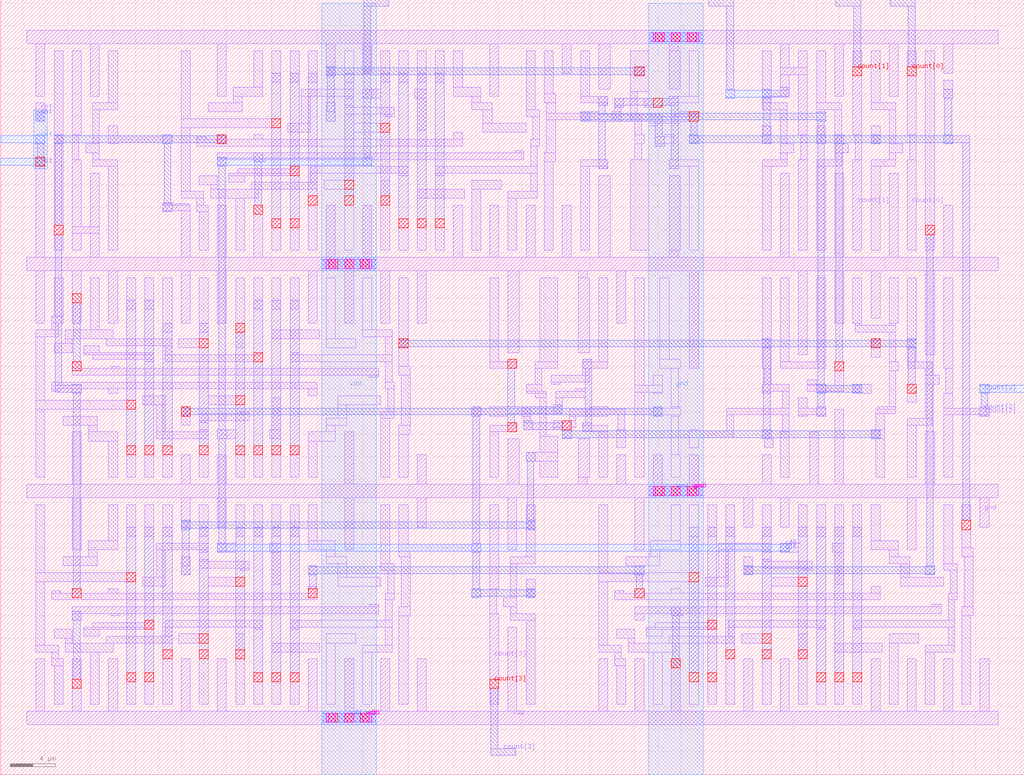
<source format=lef>
VERSION 5.7 ;
  NOWIREEXTENSIONATPIN ON ;
  DIVIDERCHAR "/" ;
  BUSBITCHARS "[]" ;
MACRO counter
  CLASS BLOCK ;
  FOREIGN counter ;
  ORIGIN 1.900 4.000 ;
  SIZE 90.200 BY 68.300 ;
  PIN vdd
    USE POWER ;
    PORT
      LAYER metal1 ;
        RECT 4.400 52.400 5.200 59.800 ;
        RECT 1.200 41.600 2.000 50.400 ;
        RECT 4.400 50.200 5.000 52.400 ;
        RECT 7.600 52.300 8.400 53.200 ;
        RECT 12.400 52.300 13.200 52.400 ;
        RECT 7.600 51.700 13.200 52.300 ;
        RECT 7.600 51.600 8.400 51.700 ;
        RECT 12.400 51.600 13.200 51.700 ;
        RECT 43.400 50.800 44.200 51.000 ;
        RECT 17.200 50.200 44.200 50.800 ;
        RECT 4.400 44.300 5.200 50.200 ;
        RECT 17.200 49.600 18.000 50.200 ;
        RECT 20.400 50.000 21.400 50.200 ;
        RECT 6.000 44.300 6.800 49.000 ;
        RECT 12.400 46.300 13.200 46.400 ;
        RECT 12.400 46.200 14.700 46.300 ;
        RECT 12.400 45.700 14.800 46.200 ;
        RECT 12.400 45.600 13.200 45.700 ;
        RECT 4.400 43.700 6.800 44.300 ;
        RECT 4.400 42.200 5.200 43.700 ;
        RECT 6.000 41.600 6.800 43.700 ;
        RECT 14.000 41.600 14.800 45.700 ;
        RECT 17.200 41.600 18.000 46.200 ;
        RECT 20.400 41.600 21.200 46.200 ;
        RECT 26.800 41.600 27.600 46.200 ;
        RECT 30.000 41.600 30.800 46.200 ;
        RECT 38.000 41.600 38.800 46.200 ;
        RECT 41.200 41.600 42.000 46.200 ;
        RECT 44.400 41.600 45.200 46.200 ;
        RECT 47.600 41.600 48.400 46.200 ;
        RECT 50.800 41.600 51.800 48.800 ;
        RECT 57.000 42.200 58.000 48.800 ;
        RECT 57.000 41.600 57.800 42.200 ;
        RECT 66.800 41.600 67.600 49.000 ;
        RECT 71.600 41.600 72.400 49.000 ;
        RECT 76.400 41.600 77.200 49.000 ;
        RECT 81.200 41.600 82.000 46.200 ;
        RECT 0.400 40.400 86.000 41.600 ;
        RECT 1.200 35.800 2.000 40.400 ;
        RECT 4.400 35.800 5.200 40.400 ;
        RECT 7.600 35.800 8.400 40.400 ;
        RECT 14.000 35.800 14.800 40.400 ;
        RECT 17.200 35.800 18.000 40.400 ;
        RECT 25.200 35.800 26.000 40.400 ;
        RECT 28.400 35.800 29.200 40.400 ;
        RECT 31.600 35.800 32.400 40.400 ;
        RECT 34.800 35.800 35.600 40.400 ;
        RECT 42.800 33.200 43.800 40.400 ;
        RECT 49.000 39.800 49.800 40.400 ;
        RECT 49.000 33.200 50.000 39.800 ;
        RECT 52.400 35.800 53.200 40.400 ;
        RECT 4.400 31.800 5.200 32.400 ;
        RECT 7.800 31.800 8.600 32.000 ;
        RECT 58.800 31.800 59.600 40.400 ;
        RECT 68.400 33.000 69.200 40.400 ;
        RECT 71.600 35.800 72.400 40.400 ;
        RECT 74.800 36.200 75.600 40.400 ;
        RECT 79.600 33.000 80.400 40.400 ;
        RECT 4.400 31.200 31.400 31.800 ;
        RECT 30.600 31.000 31.400 31.200 ;
        RECT 30.600 10.800 31.400 11.000 ;
        RECT 80.200 10.800 81.000 11.000 ;
        RECT 4.400 10.200 31.400 10.800 ;
        RECT 54.000 10.200 81.000 10.800 ;
        RECT 4.400 9.600 5.200 10.200 ;
        RECT 7.800 10.000 8.600 10.200 ;
        RECT 54.000 9.600 54.800 10.200 ;
        RECT 57.200 10.000 58.200 10.200 ;
        RECT 1.200 1.600 2.000 6.200 ;
        RECT 4.400 1.600 5.200 6.200 ;
        RECT 7.600 1.600 8.400 6.200 ;
        RECT 14.000 1.600 14.800 6.200 ;
        RECT 17.200 1.600 18.000 6.200 ;
        RECT 25.200 1.600 26.000 6.200 ;
        RECT 28.400 1.600 29.200 6.200 ;
        RECT 31.600 1.600 32.400 6.200 ;
        RECT 34.800 1.600 35.600 6.200 ;
        RECT 42.800 1.600 43.600 9.000 ;
        RECT 50.800 1.600 51.600 6.200 ;
        RECT 54.000 1.600 54.800 6.200 ;
        RECT 57.200 1.600 58.000 6.200 ;
        RECT 63.600 1.600 64.400 6.200 ;
        RECT 66.800 1.600 67.600 6.200 ;
        RECT 74.800 1.600 75.600 6.200 ;
        RECT 78.000 1.600 78.800 6.200 ;
        RECT 81.200 1.600 82.000 6.200 ;
        RECT 84.400 1.600 85.200 6.200 ;
        RECT 0.400 0.400 86.000 1.600 ;
      LAYER via1 ;
        RECT 1.200 49.600 2.000 50.400 ;
        RECT 20.400 45.400 21.200 46.200 ;
        RECT 27.000 40.600 27.800 41.400 ;
        RECT 28.400 40.600 29.200 41.400 ;
        RECT 29.800 40.600 30.600 41.400 ;
        RECT 4.400 37.600 5.200 38.400 ;
        RECT 4.400 31.600 5.200 32.400 ;
        RECT 4.400 3.600 5.200 4.400 ;
        RECT 57.200 5.400 58.000 6.200 ;
        RECT 27.000 0.600 27.800 1.400 ;
        RECT 28.400 0.600 29.200 1.400 ;
        RECT 29.800 0.600 30.600 1.400 ;
      LAYER metal2 ;
        RECT 1.200 51.600 2.000 52.400 ;
        RECT 12.400 51.600 13.200 52.400 ;
        RECT 1.300 50.400 1.900 51.600 ;
        RECT 1.200 49.600 2.000 50.400 ;
        RECT 12.500 46.400 13.100 51.600 ;
        RECT 20.400 50.000 21.200 50.800 ;
        RECT 12.400 45.600 13.200 46.400 ;
        RECT 20.500 46.200 21.100 50.000 ;
        RECT 20.400 45.400 21.200 46.200 ;
        RECT 26.400 40.600 31.200 41.400 ;
        RECT 4.400 37.600 5.200 38.400 ;
        RECT 4.500 32.400 5.100 37.600 ;
        RECT 4.400 31.600 5.200 32.400 ;
        RECT 4.400 9.600 5.200 10.400 ;
        RECT 57.200 10.000 58.000 10.800 ;
        RECT 4.500 4.400 5.100 9.600 ;
        RECT 57.300 6.200 57.900 10.000 ;
        RECT 57.200 5.400 58.000 6.200 ;
        RECT 4.400 3.600 5.200 4.400 ;
        RECT 26.400 0.600 31.200 1.400 ;
      LAYER via2 ;
        RECT 27.000 40.600 27.800 41.400 ;
        RECT 28.400 40.600 29.200 41.400 ;
        RECT 29.800 40.600 30.600 41.400 ;
        RECT 27.000 0.600 27.800 1.400 ;
        RECT 28.400 0.600 29.200 1.400 ;
        RECT 29.800 0.600 30.600 1.400 ;
      LAYER metal3 ;
        RECT 1.200 52.300 2.000 52.400 ;
        RECT -1.900 51.700 2.000 52.300 ;
        RECT 1.200 51.600 2.000 51.700 ;
        RECT 26.400 40.400 31.200 41.600 ;
        RECT 26.400 0.400 31.200 1.600 ;
      LAYER via3 ;
        RECT 26.800 40.600 27.600 41.400 ;
        RECT 28.400 40.600 29.200 41.400 ;
        RECT 30.000 40.600 30.800 41.400 ;
        RECT 26.800 0.600 27.600 1.400 ;
        RECT 28.400 0.600 29.200 1.400 ;
        RECT 30.000 0.600 30.800 1.400 ;
      LAYER metal4 ;
        RECT 26.400 -4.000 31.200 64.000 ;
    END
  END vdd
  PIN gnd
    USE GROUND ;
    PORT
      LAYER metal1 ;
        RECT 0.400 60.400 86.000 61.600 ;
        RECT 1.200 55.800 2.000 60.400 ;
        RECT 6.000 55.800 6.800 60.400 ;
        RECT 17.200 55.800 18.000 60.400 ;
        RECT 26.800 57.800 27.600 60.400 ;
        RECT 30.000 57.800 30.800 60.400 ;
        RECT 41.200 55.800 42.000 60.400 ;
        RECT 47.600 57.800 48.400 60.400 ;
        RECT 50.800 56.400 51.800 60.400 ;
        RECT 57.000 59.800 57.800 60.400 ;
        RECT 57.000 56.400 58.000 59.800 ;
        RECT 66.800 58.300 67.600 60.400 ;
        RECT 68.400 58.300 69.200 59.800 ;
        RECT 66.800 57.700 69.200 58.300 ;
        RECT 66.800 55.800 67.600 57.700 ;
        RECT 65.200 51.600 66.000 53.200 ;
        RECT 68.400 52.400 69.200 57.700 ;
        RECT 71.600 55.800 72.400 60.400 ;
        RECT 76.400 55.800 77.200 60.400 ;
        RECT 81.200 57.800 82.000 60.400 ;
        RECT 68.600 50.200 69.200 52.400 ;
        RECT 68.400 42.200 69.200 50.200 ;
        RECT 4.400 21.600 5.200 26.200 ;
        RECT 14.000 21.600 14.800 24.200 ;
        RECT 17.200 21.600 18.000 24.200 ;
        RECT 28.400 21.600 29.200 26.200 ;
        RECT 34.800 21.600 35.600 24.200 ;
        RECT 42.800 21.600 43.800 25.600 ;
        RECT 49.000 22.200 50.000 25.600 ;
        RECT 49.000 21.600 49.800 22.200 ;
        RECT 52.400 21.600 53.200 24.200 ;
        RECT 55.600 21.600 56.400 24.200 ;
        RECT 58.800 21.600 59.600 24.200 ;
        RECT 65.200 21.600 66.000 24.200 ;
        RECT 69.400 21.600 70.200 26.200 ;
        RECT 71.600 21.600 72.400 28.200 ;
        RECT 79.600 21.600 80.400 26.200 ;
        RECT 0.400 20.400 86.000 21.600 ;
        RECT 4.400 15.800 5.200 20.400 ;
        RECT 14.000 17.800 14.800 20.400 ;
        RECT 17.200 17.800 18.000 20.400 ;
        RECT 28.400 15.800 29.200 20.400 ;
        RECT 34.800 17.800 35.600 20.400 ;
        RECT 42.800 15.800 43.600 20.400 ;
        RECT 54.000 15.800 54.800 20.400 ;
        RECT 63.600 17.800 64.400 20.400 ;
        RECT 66.800 17.800 67.600 20.400 ;
        RECT 78.000 15.800 78.800 20.400 ;
        RECT 84.400 17.800 85.200 20.400 ;
      LAYER via1 ;
        RECT 55.800 60.600 56.600 61.400 ;
        RECT 57.200 60.600 58.000 61.400 ;
        RECT 58.600 60.600 59.400 61.400 ;
        RECT 55.800 20.600 56.600 21.400 ;
        RECT 57.200 20.600 58.000 21.400 ;
        RECT 58.600 20.600 59.400 21.400 ;
      LAYER metal2 ;
        RECT 60.500 63.700 62.700 64.300 ;
        RECT 55.200 60.600 60.000 61.400 ;
        RECT 62.100 56.400 62.700 63.700 ;
        RECT 62.000 55.600 62.800 56.400 ;
        RECT 65.200 56.300 66.000 56.400 ;
        RECT 66.800 56.300 67.600 56.600 ;
        RECT 65.200 55.800 67.600 56.300 ;
        RECT 65.200 55.700 67.500 55.800 ;
        RECT 65.200 55.600 66.000 55.700 ;
        RECT 65.300 52.400 65.900 55.600 ;
        RECT 65.200 51.600 66.000 52.400 ;
        RECT 55.200 20.600 60.000 21.400 ;
      LAYER via2 ;
        RECT 55.800 60.600 56.600 61.400 ;
        RECT 57.200 60.600 58.000 61.400 ;
        RECT 58.600 60.600 59.400 61.400 ;
        RECT 55.800 20.600 56.600 21.400 ;
        RECT 57.200 20.600 58.000 21.400 ;
        RECT 58.600 20.600 59.400 21.400 ;
      LAYER metal3 ;
        RECT 55.200 60.400 60.000 61.600 ;
        RECT 62.000 56.300 62.800 56.400 ;
        RECT 65.200 56.300 66.000 56.400 ;
        RECT 62.000 55.700 66.000 56.300 ;
        RECT 62.000 55.600 62.800 55.700 ;
        RECT 65.200 55.600 66.000 55.700 ;
        RECT 55.200 20.400 60.000 21.600 ;
      LAYER via3 ;
        RECT 55.600 60.600 56.400 61.400 ;
        RECT 57.200 60.600 58.000 61.400 ;
        RECT 58.800 60.600 59.600 61.400 ;
        RECT 55.600 20.600 56.400 21.400 ;
        RECT 57.200 20.600 58.000 21.400 ;
        RECT 58.800 20.600 59.600 21.400 ;
      LAYER metal4 ;
        RECT 55.200 -4.000 60.000 64.000 ;
    END
  END gnd
  PIN clk
    PORT
      LAYER metal1 ;
        RECT 30.000 55.600 31.600 56.400 ;
        RECT 17.200 25.600 18.800 26.400 ;
        RECT 17.200 15.600 18.800 16.400 ;
        RECT 66.800 15.600 68.400 16.400 ;
      LAYER metal2 ;
        RECT 30.100 63.700 32.300 64.300 ;
        RECT 30.100 56.400 30.700 63.700 ;
        RECT 30.000 55.600 30.800 56.400 ;
        RECT 30.100 50.400 30.700 55.600 ;
        RECT 17.200 49.600 18.000 50.400 ;
        RECT 30.000 49.600 30.800 50.400 ;
        RECT 17.300 26.400 17.900 49.600 ;
        RECT 17.200 25.600 18.000 26.400 ;
        RECT 17.300 16.400 17.900 25.600 ;
        RECT 17.200 15.600 18.000 16.400 ;
        RECT 66.800 15.600 67.600 16.400 ;
      LAYER metal3 ;
        RECT 17.200 50.300 18.000 50.400 ;
        RECT 30.000 50.300 30.800 50.400 ;
        RECT 17.200 49.700 30.800 50.300 ;
        RECT 17.200 49.600 18.000 49.700 ;
        RECT 30.000 49.600 30.800 49.700 ;
        RECT 17.200 16.300 18.000 16.400 ;
        RECT 66.800 16.300 67.600 16.400 ;
        RECT 17.200 15.700 67.600 16.300 ;
        RECT 17.200 15.600 18.000 15.700 ;
        RECT 66.800 15.600 67.600 15.700 ;
    END
  END clk
  PIN rst
    PORT
      LAYER metal1 ;
        RECT 1.200 53.600 2.000 55.200 ;
      LAYER metal2 ;
        RECT 1.200 53.600 2.000 54.400 ;
      LAYER metal3 ;
        RECT 1.200 53.600 2.000 54.400 ;
        RECT 1.200 50.300 2.000 50.400 ;
        RECT -1.900 49.700 2.000 50.300 ;
        RECT 1.200 49.600 2.000 49.700 ;
      LAYER metal4 ;
        RECT 1.000 49.400 2.200 54.600 ;
    END
  END rst
  PIN count[0]
    PORT
      LAYER metal1 ;
        RECT 78.000 52.400 78.800 59.800 ;
        RECT 78.200 50.200 78.800 52.400 ;
        RECT 78.000 42.200 78.800 50.200 ;
      LAYER via1 ;
        RECT 78.000 57.600 78.800 58.400 ;
      LAYER metal2 ;
        RECT 76.500 63.700 78.700 64.300 ;
        RECT 78.100 58.400 78.700 63.700 ;
        RECT 78.000 57.600 78.800 58.400 ;
    END
  END count[0]
  PIN count[1]
    PORT
      LAYER metal1 ;
        RECT 73.200 52.400 74.000 59.800 ;
        RECT 73.400 50.200 74.000 52.400 ;
        RECT 73.200 42.200 74.000 50.200 ;
      LAYER via1 ;
        RECT 73.200 57.600 74.000 58.400 ;
      LAYER metal2 ;
        RECT 71.700 63.700 73.900 64.300 ;
        RECT 73.300 58.400 73.900 63.700 ;
        RECT 73.200 57.600 74.000 58.400 ;
    END
  END count[1]
  PIN count[2]
    PORT
      LAYER metal1 ;
        RECT 81.200 31.800 82.000 39.800 ;
        RECT 81.400 29.600 82.000 31.800 ;
        RECT 81.200 28.300 82.000 29.600 ;
        RECT 84.400 28.300 85.200 28.400 ;
        RECT 81.200 27.700 85.200 28.300 ;
        RECT 81.200 22.200 82.000 27.700 ;
        RECT 84.400 27.600 85.200 27.700 ;
      LAYER metal2 ;
        RECT 84.400 29.600 85.200 30.400 ;
        RECT 84.500 28.400 85.100 29.600 ;
        RECT 84.400 27.600 85.200 28.400 ;
      LAYER metal3 ;
        RECT 84.400 30.300 85.200 30.400 ;
        RECT 84.400 29.700 88.300 30.300 ;
        RECT 84.400 29.600 85.200 29.700 ;
    END
  END count[2]
  PIN count[3]
    PORT
      LAYER metal1 ;
        RECT 41.200 12.400 42.000 19.800 ;
        RECT 41.200 10.200 41.800 12.400 ;
        RECT 41.200 2.200 42.000 10.200 ;
      LAYER via1 ;
        RECT 41.200 3.600 42.000 4.400 ;
      LAYER metal2 ;
        RECT 41.200 3.600 42.000 4.400 ;
        RECT 41.300 -1.700 41.900 3.600 ;
        RECT 41.300 -2.300 43.500 -1.700 ;
    END
  END count[3]
  OBS
      LAYER metal1 ;
        RECT 2.800 42.200 3.600 59.800 ;
        RECT 7.600 55.200 8.400 59.800 ;
        RECT 6.200 54.600 8.400 55.200 ;
        RECT 6.200 51.600 6.800 54.600 ;
        RECT 5.600 50.800 6.800 51.600 ;
        RECT 6.200 50.200 6.800 50.800 ;
        RECT 14.000 53.800 14.800 59.800 ;
        RECT 20.400 56.600 21.200 59.800 ;
        RECT 22.000 57.000 22.800 59.800 ;
        RECT 23.600 57.000 24.400 59.800 ;
        RECT 25.200 57.000 26.000 59.800 ;
        RECT 28.400 57.000 29.200 59.800 ;
        RECT 31.600 57.000 32.400 59.800 ;
        RECT 33.200 57.000 34.000 59.800 ;
        RECT 34.800 57.000 35.600 59.800 ;
        RECT 36.400 57.000 37.200 59.800 ;
        RECT 18.600 55.800 21.200 56.600 ;
        RECT 38.000 56.600 38.800 59.800 ;
        RECT 24.600 55.800 29.200 56.400 ;
        RECT 18.600 55.200 19.400 55.800 ;
        RECT 16.400 54.400 19.400 55.200 ;
        RECT 14.000 53.000 22.800 53.800 ;
        RECT 24.600 53.400 25.400 55.800 ;
        RECT 28.400 55.600 29.200 55.800 ;
        RECT 34.600 55.600 35.600 56.400 ;
        RECT 38.000 55.800 40.400 56.600 ;
        RECT 26.800 53.600 27.600 55.200 ;
        RECT 28.400 54.800 29.200 55.000 ;
        RECT 28.400 54.200 32.800 54.800 ;
        RECT 32.000 54.000 32.800 54.200 ;
        RECT 6.200 49.600 8.400 50.200 ;
        RECT 7.600 42.200 8.400 49.600 ;
        RECT 14.000 47.400 14.800 53.000 ;
        RECT 23.400 52.600 25.400 53.400 ;
        RECT 29.200 52.600 32.400 53.400 ;
        RECT 34.800 52.800 35.600 55.600 ;
        RECT 39.600 55.200 40.400 55.800 ;
        RECT 39.600 54.600 41.400 55.200 ;
        RECT 40.600 53.400 41.400 54.600 ;
        RECT 44.400 54.600 45.200 59.800 ;
        RECT 46.000 56.000 46.800 59.800 ;
        RECT 46.000 55.200 47.000 56.000 ;
        RECT 49.200 55.800 50.000 59.800 ;
        RECT 53.600 56.200 55.200 59.800 ;
        RECT 49.200 55.200 51.600 55.800 ;
        RECT 44.400 54.000 45.600 54.600 ;
        RECT 40.600 52.600 44.400 53.400 ;
        RECT 15.400 52.000 16.200 52.200 ;
        RECT 17.200 52.000 18.000 52.400 ;
        RECT 20.400 52.000 21.200 52.400 ;
        RECT 38.000 52.000 38.800 52.600 ;
        RECT 45.000 52.000 45.600 54.000 ;
        RECT 15.400 51.400 38.800 52.000 ;
        RECT 44.800 51.400 45.600 52.000 ;
        RECT 46.200 54.300 47.000 55.200 ;
        RECT 50.800 55.000 51.600 55.200 ;
        RECT 52.200 54.800 53.000 55.600 ;
        RECT 52.200 54.400 52.800 54.800 ;
        RECT 49.200 54.300 50.800 54.400 ;
        RECT 46.200 53.700 50.800 54.300 ;
        RECT 44.800 49.600 45.400 51.400 ;
        RECT 46.200 50.800 47.000 53.700 ;
        RECT 49.200 53.600 50.800 53.700 ;
        RECT 52.000 53.600 52.800 54.400 ;
        RECT 53.600 54.200 54.200 56.200 ;
        RECT 58.800 55.800 59.600 59.800 ;
        RECT 54.800 54.800 56.400 55.600 ;
        RECT 57.000 55.200 59.600 55.800 ;
        RECT 65.200 55.200 66.000 59.800 ;
        RECT 70.000 55.200 70.800 59.800 ;
        RECT 74.800 55.200 75.600 59.800 ;
        RECT 57.000 55.000 57.800 55.200 ;
        RECT 65.200 54.600 67.400 55.200 ;
        RECT 70.000 54.600 72.200 55.200 ;
        RECT 74.800 54.600 77.000 55.200 ;
        RECT 58.000 54.200 59.600 54.400 ;
        RECT 53.600 53.600 54.600 54.200 ;
        RECT 57.400 54.000 59.600 54.200 ;
        RECT 23.600 49.400 24.400 49.600 ;
        RECT 19.000 49.000 24.400 49.400 ;
        RECT 18.200 48.800 24.400 49.000 ;
        RECT 25.400 49.000 34.000 49.600 ;
        RECT 15.600 48.000 17.200 48.800 ;
        RECT 18.200 48.200 19.600 48.800 ;
        RECT 25.400 48.200 26.000 49.000 ;
        RECT 33.200 48.800 34.000 49.000 ;
        RECT 36.400 49.000 45.400 49.600 ;
        RECT 36.400 48.800 37.200 49.000 ;
        RECT 16.600 47.600 17.200 48.000 ;
        RECT 20.200 47.600 26.000 48.200 ;
        RECT 26.600 47.600 29.200 48.400 ;
        RECT 14.000 46.800 16.000 47.400 ;
        RECT 16.600 46.800 20.800 47.600 ;
        RECT 15.400 46.200 16.000 46.800 ;
        RECT 15.400 45.600 16.400 46.200 ;
        RECT 15.600 42.200 16.400 45.600 ;
        RECT 18.800 42.200 19.600 46.800 ;
        RECT 22.000 42.200 22.800 45.000 ;
        RECT 23.600 42.200 24.400 45.000 ;
        RECT 25.200 42.200 26.000 47.000 ;
        RECT 28.400 42.200 29.200 47.000 ;
        RECT 31.600 42.200 32.400 48.400 ;
        RECT 39.600 47.600 42.200 48.400 ;
        RECT 34.800 46.800 39.000 47.600 ;
        RECT 33.200 42.200 34.000 45.000 ;
        RECT 34.800 42.200 35.600 45.000 ;
        RECT 36.400 42.200 37.200 45.000 ;
        RECT 39.600 42.200 40.400 47.600 ;
        RECT 44.800 47.400 45.400 49.000 ;
        RECT 42.800 46.800 45.400 47.400 ;
        RECT 46.000 50.000 47.000 50.800 ;
        RECT 54.000 52.400 54.600 53.600 ;
        RECT 55.200 53.600 59.600 54.000 ;
        RECT 55.200 53.400 58.000 53.600 ;
        RECT 55.200 53.200 56.000 53.400 ;
        RECT 54.000 51.600 54.800 52.400 ;
        RECT 56.600 52.200 57.400 52.400 ;
        RECT 55.800 51.600 57.400 52.200 ;
        RECT 66.800 51.600 67.400 54.600 ;
        RECT 70.000 51.600 70.800 53.200 ;
        RECT 71.600 51.600 72.200 54.600 ;
        RECT 74.800 51.600 75.600 53.200 ;
        RECT 76.400 51.600 77.000 54.600 ;
        RECT 54.000 50.200 54.600 51.600 ;
        RECT 55.800 51.400 56.600 51.600 ;
        RECT 66.800 50.800 68.000 51.600 ;
        RECT 71.600 50.800 72.800 51.600 ;
        RECT 76.400 50.800 77.600 51.600 ;
        RECT 66.800 50.200 67.400 50.800 ;
        RECT 71.600 50.200 72.200 50.800 ;
        RECT 76.400 50.200 77.000 50.800 ;
        RECT 42.800 42.200 43.600 46.800 ;
        RECT 46.000 42.200 46.800 50.000 ;
        RECT 49.200 49.600 51.600 50.200 ;
        RECT 49.200 42.200 50.000 49.600 ;
        RECT 50.800 49.400 51.600 49.600 ;
        RECT 53.600 42.200 55.200 50.200 ;
        RECT 57.000 49.600 59.600 50.200 ;
        RECT 57.000 49.400 57.800 49.600 ;
        RECT 58.800 42.200 59.600 49.600 ;
        RECT 65.200 49.600 67.400 50.200 ;
        RECT 70.000 49.600 72.200 50.200 ;
        RECT 74.800 49.600 77.000 50.200 ;
        RECT 65.200 42.200 66.000 49.600 ;
        RECT 70.000 42.200 70.800 49.600 ;
        RECT 74.800 42.200 75.600 49.600 ;
        RECT 79.600 42.200 80.400 59.800 ;
        RECT 81.200 55.600 82.000 57.200 ;
        RECT 2.800 36.400 3.600 39.800 ;
        RECT 2.600 35.800 3.600 36.400 ;
        RECT 2.600 35.200 3.200 35.800 ;
        RECT 6.000 35.200 6.800 39.800 ;
        RECT 9.200 37.000 10.000 39.800 ;
        RECT 10.800 37.000 11.600 39.800 ;
        RECT 1.200 34.600 3.200 35.200 ;
        RECT 1.200 29.000 2.000 34.600 ;
        RECT 3.800 34.400 8.000 35.200 ;
        RECT 12.400 35.000 13.200 39.800 ;
        RECT 15.600 35.000 16.400 39.800 ;
        RECT 3.800 34.000 4.400 34.400 ;
        RECT 2.800 33.200 4.400 34.000 ;
        RECT 7.400 33.800 13.200 34.400 ;
        RECT 5.400 33.200 6.800 33.800 ;
        RECT 5.400 33.000 11.600 33.200 ;
        RECT 6.200 32.600 11.600 33.000 ;
        RECT 10.800 32.400 11.600 32.600 ;
        RECT 12.600 33.000 13.200 33.800 ;
        RECT 13.800 33.600 16.400 34.400 ;
        RECT 18.800 33.600 19.600 39.800 ;
        RECT 20.400 37.000 21.200 39.800 ;
        RECT 22.000 37.000 22.800 39.800 ;
        RECT 23.600 37.000 24.400 39.800 ;
        RECT 22.000 34.400 26.200 35.200 ;
        RECT 26.800 34.400 27.600 39.800 ;
        RECT 30.000 35.200 30.800 39.800 ;
        RECT 30.000 34.600 32.600 35.200 ;
        RECT 26.800 33.600 29.400 34.400 ;
        RECT 20.400 33.000 21.200 33.200 ;
        RECT 12.600 32.400 21.200 33.000 ;
        RECT 23.600 33.000 24.400 33.200 ;
        RECT 32.000 33.000 32.600 34.600 ;
        RECT 23.600 32.400 32.600 33.000 ;
        RECT 32.000 30.600 32.600 32.400 ;
        RECT 33.200 32.000 34.000 39.800 ;
        RECT 41.200 32.400 42.000 39.800 ;
        RECT 42.800 32.400 43.600 32.600 ;
        RECT 45.600 32.400 47.200 39.800 ;
        RECT 33.200 31.200 34.200 32.000 ;
        RECT 41.200 31.800 43.600 32.400 ;
        RECT 45.200 31.800 47.200 32.400 ;
        RECT 49.400 32.400 50.200 32.600 ;
        RECT 50.800 32.400 51.600 39.800 ;
        RECT 49.400 31.800 51.600 32.400 ;
        RECT 2.600 30.000 26.000 30.600 ;
        RECT 32.000 30.000 32.800 30.600 ;
        RECT 2.600 29.800 3.400 30.000 ;
        RECT 4.400 29.600 5.200 30.000 ;
        RECT 7.600 29.600 8.400 30.000 ;
        RECT 25.200 29.400 26.000 30.000 ;
        RECT 1.200 28.200 10.000 29.000 ;
        RECT 10.600 28.600 12.600 29.400 ;
        RECT 16.400 28.600 19.600 29.400 ;
        RECT 1.200 22.200 2.000 28.200 ;
        RECT 3.600 26.800 6.600 27.600 ;
        RECT 5.800 26.200 6.600 26.800 ;
        RECT 11.800 26.200 12.600 28.600 ;
        RECT 14.000 26.800 14.800 28.400 ;
        RECT 19.200 27.800 20.000 28.000 ;
        RECT 15.600 27.200 20.000 27.800 ;
        RECT 15.600 27.000 16.400 27.200 ;
        RECT 22.000 26.400 22.800 29.200 ;
        RECT 27.800 28.600 31.600 29.400 ;
        RECT 27.800 27.400 28.600 28.600 ;
        RECT 32.200 28.000 32.800 30.000 ;
        RECT 15.600 26.200 16.400 26.400 ;
        RECT 5.800 25.400 8.400 26.200 ;
        RECT 11.800 25.600 16.400 26.200 ;
        RECT 21.800 25.600 22.800 26.400 ;
        RECT 26.800 26.800 28.600 27.400 ;
        RECT 31.600 27.400 32.800 28.000 ;
        RECT 26.800 26.200 27.600 26.800 ;
        RECT 7.600 22.200 8.400 25.400 ;
        RECT 25.200 25.400 27.600 26.200 ;
        RECT 9.200 22.200 10.000 25.000 ;
        RECT 10.800 22.200 11.600 25.000 ;
        RECT 12.400 22.200 13.200 25.000 ;
        RECT 15.600 22.200 16.400 25.000 ;
        RECT 18.800 22.200 19.600 25.000 ;
        RECT 20.400 22.200 21.200 25.000 ;
        RECT 22.000 22.200 22.800 25.000 ;
        RECT 23.600 22.200 24.400 25.000 ;
        RECT 25.200 22.200 26.000 25.400 ;
        RECT 31.600 22.200 32.400 27.400 ;
        RECT 33.400 26.800 34.200 31.200 ;
        RECT 45.200 30.400 45.800 31.800 ;
        RECT 49.400 31.200 50.000 31.800 ;
        RECT 46.600 30.600 50.000 31.200 ;
        RECT 46.600 30.400 47.400 30.600 ;
        RECT 44.400 29.800 45.800 30.400 ;
        RECT 54.000 30.300 54.800 39.800 ;
        RECT 56.200 32.600 57.000 39.800 ;
        RECT 56.200 31.800 58.000 32.600 ;
        RECT 65.200 31.800 66.000 39.800 ;
        RECT 66.800 32.400 67.600 39.800 ;
        RECT 70.000 32.400 70.800 39.800 ;
        RECT 73.200 35.800 74.000 39.800 ;
        RECT 73.400 35.600 74.000 35.800 ;
        RECT 76.400 35.800 77.200 39.800 ;
        RECT 76.400 35.600 77.000 35.800 ;
        RECT 73.400 35.000 77.000 35.600 ;
        RECT 74.800 32.800 75.600 34.400 ;
        RECT 76.400 32.400 77.000 35.000 ;
        RECT 78.000 32.400 78.800 39.800 ;
        RECT 66.800 31.800 70.800 32.400 ;
        RECT 55.600 30.300 56.400 31.200 ;
        RECT 48.800 29.800 49.600 30.000 ;
        RECT 44.400 29.600 46.200 29.800 ;
        RECT 45.200 29.200 46.200 29.600 ;
        RECT 39.600 28.300 40.400 28.400 ;
        RECT 41.200 28.300 42.800 28.400 ;
        RECT 39.600 27.700 42.800 28.300 ;
        RECT 39.600 27.600 40.400 27.700 ;
        RECT 41.200 27.600 42.800 27.700 ;
        RECT 44.000 27.600 44.800 28.400 ;
        RECT 44.200 27.200 44.800 27.600 ;
        RECT 42.800 26.800 43.600 27.000 ;
        RECT 33.200 26.000 34.200 26.800 ;
        RECT 41.200 26.200 43.600 26.800 ;
        RECT 44.200 26.400 45.000 27.200 ;
        RECT 33.200 22.200 34.000 26.000 ;
        RECT 41.200 22.200 42.000 26.200 ;
        RECT 45.600 25.800 46.200 29.200 ;
        RECT 47.000 29.200 49.600 29.800 ;
        RECT 54.000 29.700 56.400 30.300 ;
        RECT 47.000 28.600 47.600 29.200 ;
        RECT 46.800 27.800 47.600 28.600 ;
        RECT 50.000 28.300 51.600 28.400 ;
        RECT 50.000 28.200 53.100 28.300 ;
        RECT 48.200 27.700 53.100 28.200 ;
        RECT 48.200 27.600 51.600 27.700 ;
        RECT 48.200 27.200 48.800 27.600 ;
        RECT 46.800 26.600 48.800 27.200 ;
        RECT 49.400 26.800 50.200 27.000 ;
        RECT 46.800 26.400 48.400 26.600 ;
        RECT 49.400 26.200 51.600 26.800 ;
        RECT 52.500 26.400 53.100 27.700 ;
        RECT 45.600 24.400 47.200 25.800 ;
        RECT 44.400 23.600 47.200 24.400 ;
        RECT 45.600 22.200 47.200 23.600 ;
        RECT 50.800 22.200 51.600 26.200 ;
        RECT 52.400 24.800 53.200 26.400 ;
        RECT 54.000 22.200 54.800 29.700 ;
        RECT 55.600 29.600 56.400 29.700 ;
        RECT 57.200 28.400 57.800 31.800 ;
        RECT 65.400 30.400 66.000 31.800 ;
        RECT 69.200 30.400 70.000 30.800 ;
        RECT 65.200 29.800 67.600 30.400 ;
        RECT 69.200 30.300 70.800 30.400 ;
        RECT 71.600 30.300 72.400 32.400 ;
        RECT 76.400 31.600 77.200 32.400 ;
        RECT 78.000 31.800 80.200 32.400 ;
        RECT 69.200 29.800 72.400 30.300 ;
        RECT 65.200 29.600 66.000 29.800 ;
        RECT 55.600 28.300 56.400 28.400 ;
        RECT 57.200 28.300 58.000 28.400 ;
        RECT 67.000 28.300 67.600 29.800 ;
        RECT 70.000 29.700 72.400 29.800 ;
        RECT 70.000 29.600 70.800 29.700 ;
        RECT 73.200 29.600 74.800 30.400 ;
        RECT 55.600 27.700 58.000 28.300 ;
        RECT 55.600 27.600 56.400 27.700 ;
        RECT 57.200 27.600 58.000 27.700 ;
        RECT 62.100 27.700 67.600 28.300 ;
        RECT 57.200 24.200 57.800 27.600 ;
        RECT 58.800 26.300 59.600 26.400 ;
        RECT 62.100 26.300 62.700 27.700 ;
        RECT 58.800 25.700 62.700 26.300 ;
        RECT 58.800 24.800 59.600 25.700 ;
        RECT 65.200 25.600 66.000 26.400 ;
        RECT 67.000 26.200 67.600 27.700 ;
        RECT 68.400 28.300 69.200 29.200 ;
        RECT 76.400 28.400 77.000 31.600 ;
        RECT 79.600 31.200 80.200 31.800 ;
        RECT 79.600 30.400 80.800 31.200 ;
        RECT 78.000 28.800 78.800 30.400 ;
        RECT 70.000 28.300 70.800 28.400 ;
        RECT 68.400 27.700 70.800 28.300 ;
        RECT 75.400 28.200 77.000 28.400 ;
        RECT 68.400 27.600 69.200 27.700 ;
        RECT 70.000 27.600 70.800 27.700 ;
        RECT 75.200 27.800 77.000 28.200 ;
        RECT 75.200 26.400 76.000 27.800 ;
        RECT 79.600 27.400 80.200 30.400 ;
        RECT 65.400 24.800 66.200 25.600 ;
        RECT 57.200 22.200 58.000 24.200 ;
        RECT 66.800 22.200 67.600 26.200 ;
        RECT 74.800 25.600 76.000 26.400 ;
        RECT 75.200 22.200 76.000 25.600 ;
        RECT 78.000 26.800 80.200 27.400 ;
        RECT 78.000 22.200 78.800 26.800 ;
        RECT 1.200 13.800 2.000 19.800 ;
        RECT 7.600 16.600 8.400 19.800 ;
        RECT 9.200 17.000 10.000 19.800 ;
        RECT 10.800 17.000 11.600 19.800 ;
        RECT 12.400 17.000 13.200 19.800 ;
        RECT 15.600 17.000 16.400 19.800 ;
        RECT 18.800 17.000 19.600 19.800 ;
        RECT 20.400 17.000 21.200 19.800 ;
        RECT 22.000 17.000 22.800 19.800 ;
        RECT 23.600 17.000 24.400 19.800 ;
        RECT 5.800 15.800 8.400 16.600 ;
        RECT 25.200 16.600 26.000 19.800 ;
        RECT 11.800 15.800 16.400 16.400 ;
        RECT 5.800 15.200 6.600 15.800 ;
        RECT 3.600 14.400 6.600 15.200 ;
        RECT 1.200 13.000 10.000 13.800 ;
        RECT 11.800 13.400 12.600 15.800 ;
        RECT 15.600 15.600 16.400 15.800 ;
        RECT 21.800 15.600 22.800 16.400 ;
        RECT 25.200 15.800 27.600 16.600 ;
        RECT 14.000 13.600 14.800 15.200 ;
        RECT 15.600 14.800 16.400 15.000 ;
        RECT 15.600 14.200 20.000 14.800 ;
        RECT 19.200 14.000 20.000 14.200 ;
        RECT 1.200 7.400 2.000 13.000 ;
        RECT 10.600 12.600 12.600 13.400 ;
        RECT 16.400 12.600 19.600 13.400 ;
        RECT 22.000 12.800 22.800 15.600 ;
        RECT 26.800 15.200 27.600 15.800 ;
        RECT 26.800 14.600 28.600 15.200 ;
        RECT 27.800 13.400 28.600 14.600 ;
        RECT 31.600 14.600 32.400 19.800 ;
        RECT 33.200 16.300 34.000 19.800 ;
        RECT 39.600 16.300 40.400 16.400 ;
        RECT 33.200 15.700 40.400 16.300 ;
        RECT 33.200 15.200 34.200 15.700 ;
        RECT 39.600 15.600 40.400 15.700 ;
        RECT 44.400 15.200 45.200 19.800 ;
        RECT 31.600 14.000 32.800 14.600 ;
        RECT 27.800 12.600 31.600 13.400 ;
        RECT 2.600 12.000 3.400 12.200 ;
        RECT 4.400 12.000 5.200 12.400 ;
        RECT 7.600 12.000 8.400 12.400 ;
        RECT 25.200 12.000 26.000 12.600 ;
        RECT 32.200 12.000 32.800 14.000 ;
        RECT 2.600 11.400 26.000 12.000 ;
        RECT 32.000 11.400 32.800 12.000 ;
        RECT 32.000 9.600 32.600 11.400 ;
        RECT 33.400 10.800 34.200 15.200 ;
        RECT 43.000 14.600 45.200 15.200 ;
        RECT 43.000 11.600 43.600 14.600 ;
        RECT 50.800 13.800 51.600 19.800 ;
        RECT 57.200 16.600 58.000 19.800 ;
        RECT 58.800 17.000 59.600 19.800 ;
        RECT 60.400 17.000 61.200 19.800 ;
        RECT 62.000 17.000 62.800 19.800 ;
        RECT 65.200 17.000 66.000 19.800 ;
        RECT 68.400 17.000 69.200 19.800 ;
        RECT 70.000 17.000 70.800 19.800 ;
        RECT 71.600 17.000 72.400 19.800 ;
        RECT 73.200 17.000 74.000 19.800 ;
        RECT 55.400 15.800 58.000 16.600 ;
        RECT 74.800 16.600 75.600 19.800 ;
        RECT 61.400 15.800 66.000 16.400 ;
        RECT 55.400 15.200 56.200 15.800 ;
        RECT 53.200 14.400 56.200 15.200 ;
        RECT 44.400 11.600 45.200 13.200 ;
        RECT 50.800 13.000 59.600 13.800 ;
        RECT 61.400 13.400 62.200 15.800 ;
        RECT 65.200 15.600 66.000 15.800 ;
        RECT 71.400 15.600 72.400 16.400 ;
        RECT 74.800 15.800 77.200 16.600 ;
        RECT 63.600 13.600 64.400 15.200 ;
        RECT 65.200 14.800 66.000 15.000 ;
        RECT 65.200 14.200 69.600 14.800 ;
        RECT 68.800 14.000 69.600 14.200 ;
        RECT 42.400 10.800 43.600 11.600 ;
        RECT 10.800 9.400 11.600 9.600 ;
        RECT 6.200 9.000 11.600 9.400 ;
        RECT 5.400 8.800 11.600 9.000 ;
        RECT 12.600 9.000 21.200 9.600 ;
        RECT 2.800 8.000 4.400 8.800 ;
        RECT 5.400 8.200 6.800 8.800 ;
        RECT 12.600 8.200 13.200 9.000 ;
        RECT 20.400 8.800 21.200 9.000 ;
        RECT 23.600 9.000 32.600 9.600 ;
        RECT 23.600 8.800 24.400 9.000 ;
        RECT 3.800 7.600 4.400 8.000 ;
        RECT 7.400 7.600 13.200 8.200 ;
        RECT 13.800 7.600 16.400 8.400 ;
        RECT 1.200 6.800 3.200 7.400 ;
        RECT 3.800 6.800 8.000 7.600 ;
        RECT 2.600 6.200 3.200 6.800 ;
        RECT 2.600 5.600 3.600 6.200 ;
        RECT 2.800 2.200 3.600 5.600 ;
        RECT 6.000 2.200 6.800 6.800 ;
        RECT 9.200 2.200 10.000 5.000 ;
        RECT 10.800 2.200 11.600 5.000 ;
        RECT 12.400 2.200 13.200 7.000 ;
        RECT 15.600 2.200 16.400 7.000 ;
        RECT 18.800 2.200 19.600 8.400 ;
        RECT 26.800 7.600 29.400 8.400 ;
        RECT 22.000 6.800 26.200 7.600 ;
        RECT 20.400 2.200 21.200 5.000 ;
        RECT 22.000 2.200 22.800 5.000 ;
        RECT 23.600 2.200 24.400 5.000 ;
        RECT 26.800 2.200 27.600 7.600 ;
        RECT 32.000 7.400 32.600 9.000 ;
        RECT 30.000 6.800 32.600 7.400 ;
        RECT 33.200 10.000 34.200 10.800 ;
        RECT 43.000 10.200 43.600 10.800 ;
        RECT 30.000 2.200 30.800 6.800 ;
        RECT 33.200 2.200 34.000 10.000 ;
        RECT 43.000 9.600 45.200 10.200 ;
        RECT 44.400 2.200 45.200 9.600 ;
        RECT 50.800 7.400 51.600 13.000 ;
        RECT 60.200 12.600 62.200 13.400 ;
        RECT 66.000 12.600 69.200 13.400 ;
        RECT 71.600 12.800 72.400 15.600 ;
        RECT 76.400 15.200 77.200 15.800 ;
        RECT 76.400 14.600 78.200 15.200 ;
        RECT 77.400 13.400 78.200 14.600 ;
        RECT 81.200 14.600 82.000 19.800 ;
        RECT 82.800 16.000 83.600 19.800 ;
        RECT 82.800 15.200 83.800 16.000 ;
        RECT 81.200 14.000 82.400 14.600 ;
        RECT 77.400 12.600 81.200 13.400 ;
        RECT 52.200 12.000 53.000 12.200 ;
        RECT 54.000 12.000 54.800 12.400 ;
        RECT 57.200 12.000 58.000 12.400 ;
        RECT 74.800 12.000 75.600 12.600 ;
        RECT 81.800 12.000 82.400 14.000 ;
        RECT 52.200 11.400 75.600 12.000 ;
        RECT 81.600 11.400 82.400 12.000 ;
        RECT 81.600 9.600 82.200 11.400 ;
        RECT 83.000 10.800 83.800 15.200 ;
        RECT 60.400 9.400 61.200 9.600 ;
        RECT 55.800 9.000 61.200 9.400 ;
        RECT 55.000 8.800 61.200 9.000 ;
        RECT 62.200 9.000 70.800 9.600 ;
        RECT 52.400 8.000 54.000 8.800 ;
        RECT 55.000 8.200 56.400 8.800 ;
        RECT 62.200 8.200 62.800 9.000 ;
        RECT 70.000 8.800 70.800 9.000 ;
        RECT 73.200 9.000 82.200 9.600 ;
        RECT 73.200 8.800 74.000 9.000 ;
        RECT 53.400 7.600 54.000 8.000 ;
        RECT 57.000 7.600 62.800 8.200 ;
        RECT 63.400 7.600 66.000 8.400 ;
        RECT 50.800 6.800 52.800 7.400 ;
        RECT 53.400 6.800 57.600 7.600 ;
        RECT 52.200 6.200 52.800 6.800 ;
        RECT 52.200 5.600 53.200 6.200 ;
        RECT 52.400 2.200 53.200 5.600 ;
        RECT 55.600 2.200 56.400 6.800 ;
        RECT 58.800 2.200 59.600 5.000 ;
        RECT 60.400 2.200 61.200 5.000 ;
        RECT 62.000 2.200 62.800 7.000 ;
        RECT 65.200 2.200 66.000 7.000 ;
        RECT 68.400 2.200 69.200 8.400 ;
        RECT 76.400 7.600 79.000 8.400 ;
        RECT 71.600 6.800 75.800 7.600 ;
        RECT 70.000 2.200 70.800 5.000 ;
        RECT 71.600 2.200 72.400 5.000 ;
        RECT 73.200 2.200 74.000 5.000 ;
        RECT 76.400 2.200 77.200 7.600 ;
        RECT 81.600 7.400 82.200 9.000 ;
        RECT 79.600 6.800 82.200 7.400 ;
        RECT 82.800 10.000 83.800 10.800 ;
        RECT 79.600 2.200 80.400 6.800 ;
        RECT 82.800 2.200 83.600 10.000 ;
      LAYER via1 ;
        RECT 22.000 53.000 22.800 53.800 ;
        RECT 2.800 43.600 3.600 44.400 ;
        RECT 31.600 52.600 32.400 53.400 ;
        RECT 54.000 57.600 54.800 58.400 ;
        RECT 17.200 51.600 18.000 52.400 ;
        RECT 55.600 54.800 56.400 55.600 ;
        RECT 23.600 48.800 24.400 49.600 ;
        RECT 28.400 47.600 29.200 48.400 ;
        RECT 25.200 46.200 26.000 47.000 ;
        RECT 22.000 44.200 22.800 45.000 ;
        RECT 23.600 44.200 24.400 45.000 ;
        RECT 28.400 46.200 29.200 47.000 ;
        RECT 31.600 46.200 32.400 47.000 ;
        RECT 33.200 44.200 34.000 45.000 ;
        RECT 34.800 44.200 35.600 45.000 ;
        RECT 36.400 44.200 37.200 45.000 ;
        RECT 58.800 53.600 59.600 54.400 ;
        RECT 79.600 43.600 80.400 44.400 ;
        RECT 18.800 35.000 19.600 35.800 ;
        RECT 15.600 33.600 16.400 34.400 ;
        RECT 20.400 32.400 21.200 33.200 ;
        RECT 33.200 33.600 34.000 34.400 ;
        RECT 42.800 31.800 43.600 32.600 ;
        RECT 9.200 28.200 10.000 29.000 ;
        RECT 18.800 28.600 19.600 29.400 ;
        RECT 14.000 27.600 14.800 28.400 ;
        RECT 9.200 24.200 10.000 25.000 ;
        RECT 10.800 24.200 11.600 25.000 ;
        RECT 12.400 24.200 13.200 25.000 ;
        RECT 15.600 24.200 16.400 25.000 ;
        RECT 18.800 24.200 19.600 25.000 ;
        RECT 20.400 24.200 21.200 25.000 ;
        RECT 22.000 24.200 22.800 25.000 ;
        RECT 23.600 24.200 24.400 25.000 ;
        RECT 74.800 33.600 75.600 34.400 ;
        RECT 42.800 26.200 43.600 27.000 ;
        RECT 47.600 26.400 48.400 27.200 ;
        RECT 71.600 31.600 72.400 32.400 ;
        RECT 78.000 29.600 78.800 30.400 ;
        RECT 9.200 13.000 10.000 13.800 ;
        RECT 18.800 12.600 19.600 13.400 ;
        RECT 4.400 11.600 5.200 12.400 ;
        RECT 25.200 11.600 26.000 12.400 ;
        RECT 58.800 13.000 59.600 13.800 ;
        RECT 10.800 8.800 11.600 9.600 ;
        RECT 15.600 7.600 16.400 8.400 ;
        RECT 12.400 6.200 13.200 7.000 ;
        RECT 9.200 4.200 10.000 5.000 ;
        RECT 10.800 4.200 11.600 5.000 ;
        RECT 15.600 6.200 16.400 7.000 ;
        RECT 18.800 6.200 19.600 7.000 ;
        RECT 20.400 4.200 21.200 5.000 ;
        RECT 22.000 4.200 22.800 5.000 ;
        RECT 23.600 4.200 24.400 5.000 ;
        RECT 68.400 12.600 69.200 13.400 ;
        RECT 82.800 17.600 83.600 18.400 ;
        RECT 54.000 11.600 54.800 12.400 ;
        RECT 60.400 8.800 61.200 9.600 ;
        RECT 65.200 7.600 66.000 8.400 ;
        RECT 62.000 6.200 62.800 7.000 ;
        RECT 58.800 4.200 59.600 5.000 ;
        RECT 60.400 4.200 61.200 5.000 ;
        RECT 65.200 6.200 66.000 7.000 ;
        RECT 68.400 6.200 69.200 7.000 ;
        RECT 70.000 4.200 70.800 5.000 ;
        RECT 71.600 4.200 72.400 5.000 ;
        RECT 73.200 4.200 74.000 5.000 ;
      LAYER metal2 ;
        RECT 2.800 51.600 3.600 52.400 ;
        RECT 17.200 51.600 18.000 52.400 ;
        RECT 2.900 44.400 3.500 51.600 ;
        RECT 2.800 43.600 3.600 44.400 ;
        RECT 22.000 44.200 22.800 57.800 ;
        RECT 23.600 44.200 24.400 57.800 ;
        RECT 25.200 46.200 26.000 57.800 ;
        RECT 26.800 57.600 27.600 58.400 ;
        RECT 26.900 54.400 27.500 57.600 ;
        RECT 26.800 53.600 27.600 54.400 ;
        RECT 28.400 46.200 29.200 57.800 ;
        RECT 31.600 46.200 32.400 57.800 ;
        RECT 33.200 44.200 34.000 57.800 ;
        RECT 34.800 44.200 35.600 57.800 ;
        RECT 36.400 44.200 37.200 57.800 ;
        RECT 54.000 57.600 54.800 58.400 ;
        RECT 50.800 55.000 51.600 55.800 ;
        RECT 57.000 55.600 57.800 55.800 ;
        RECT 81.200 55.600 82.000 56.400 ;
        RECT 52.200 55.000 57.800 55.600 ;
        RECT 49.200 53.600 50.000 54.400 ;
        RECT 50.800 54.200 51.400 55.000 ;
        RECT 52.200 54.800 53.000 55.000 ;
        RECT 55.600 54.800 56.400 55.000 ;
        RECT 50.800 53.600 56.400 54.200 ;
        RECT 50.800 50.200 51.400 53.600 ;
        RECT 55.800 52.200 56.400 53.600 ;
        RECT 55.800 51.400 56.600 52.200 ;
        RECT 57.200 50.200 57.800 55.000 ;
        RECT 58.800 53.600 59.600 54.400 ;
        RECT 70.000 53.600 70.800 54.400 ;
        RECT 58.900 52.400 59.500 53.600 ;
        RECT 70.100 52.400 70.700 53.600 ;
        RECT 81.300 52.400 81.900 55.600 ;
        RECT 58.800 51.600 59.600 52.400 ;
        RECT 70.000 51.600 70.800 52.400 ;
        RECT 71.600 51.600 72.400 52.400 ;
        RECT 74.800 51.600 75.600 52.400 ;
        RECT 81.200 52.300 82.000 52.400 ;
        RECT 81.200 51.700 83.500 52.300 ;
        RECT 81.200 51.600 82.000 51.700 ;
        RECT 50.800 49.400 51.600 50.200 ;
        RECT 57.000 49.400 57.800 50.200 ;
        RECT 2.900 30.300 3.500 43.600 ;
        RECT 4.400 30.300 5.200 30.400 ;
        RECT 2.900 29.700 5.200 30.300 ;
        RECT 4.400 29.600 5.200 29.700 ;
        RECT 4.500 12.400 5.100 29.600 ;
        RECT 9.200 24.200 10.000 37.800 ;
        RECT 10.800 24.200 11.600 37.800 ;
        RECT 12.400 24.200 13.200 35.800 ;
        RECT 14.000 27.600 14.800 28.400 ;
        RECT 15.600 24.200 16.400 35.800 ;
        RECT 18.800 24.200 19.600 35.800 ;
        RECT 20.400 24.200 21.200 37.800 ;
        RECT 22.000 24.200 22.800 37.800 ;
        RECT 23.600 24.200 24.400 37.800 ;
        RECT 33.200 33.600 34.000 34.400 ;
        RECT 65.200 33.600 66.000 34.400 ;
        RECT 42.800 31.800 43.600 32.600 ;
        RECT 49.400 31.800 50.200 32.600 ;
        RECT 42.800 28.400 43.400 31.800 ;
        RECT 46.800 28.400 47.600 28.600 ;
        RECT 39.600 27.600 40.400 28.400 ;
        RECT 42.800 27.800 47.600 28.400 ;
        RECT 4.400 11.600 5.200 12.400 ;
        RECT 9.200 4.200 10.000 17.800 ;
        RECT 10.800 4.200 11.600 17.800 ;
        RECT 12.400 6.200 13.200 17.800 ;
        RECT 14.000 17.600 14.800 18.400 ;
        RECT 14.100 14.400 14.700 17.600 ;
        RECT 14.000 13.600 14.800 14.400 ;
        RECT 15.600 6.200 16.400 17.800 ;
        RECT 18.800 6.200 19.600 17.800 ;
        RECT 20.400 4.200 21.200 17.800 ;
        RECT 22.000 4.200 22.800 17.800 ;
        RECT 23.600 4.200 24.400 17.800 ;
        RECT 39.700 16.400 40.300 27.600 ;
        RECT 42.800 27.000 43.400 27.800 ;
        RECT 44.200 27.000 45.000 27.200 ;
        RECT 47.600 27.000 48.400 27.200 ;
        RECT 49.600 27.000 50.200 31.800 ;
        RECT 55.600 27.600 56.400 28.400 ;
        RECT 42.800 26.200 43.600 27.000 ;
        RECT 44.200 26.400 48.400 27.000 ;
        RECT 47.600 25.600 48.400 26.400 ;
        RECT 49.400 26.200 50.200 27.000 ;
        RECT 65.300 26.400 65.900 33.600 ;
        RECT 70.100 30.400 70.700 51.600 ;
        RECT 71.700 32.400 72.300 51.600 ;
        RECT 79.600 43.600 80.400 44.400 ;
        RECT 74.800 33.600 75.600 34.400 ;
        RECT 78.000 33.600 78.800 34.400 ;
        RECT 71.600 31.600 72.400 32.400 ;
        RECT 78.100 30.400 78.700 33.600 ;
        RECT 70.000 29.600 70.800 30.400 ;
        RECT 73.200 29.600 74.000 30.400 ;
        RECT 78.000 29.600 78.800 30.400 ;
        RECT 70.100 28.400 70.700 29.600 ;
        RECT 70.000 27.600 70.800 28.400 ;
        RECT 65.200 25.600 66.000 26.400 ;
        RECT 74.800 25.600 75.600 26.400 ;
        RECT 44.400 23.600 45.200 24.400 ;
        RECT 44.500 18.400 45.100 23.600 ;
        RECT 44.400 17.600 45.200 18.400 ;
        RECT 39.600 15.600 40.400 16.400 ;
        RECT 25.200 13.600 26.000 14.400 ;
        RECT 25.300 12.400 25.900 13.600 ;
        RECT 39.700 12.400 40.300 15.600 ;
        RECT 54.000 13.600 54.800 14.400 ;
        RECT 54.100 12.400 54.700 13.600 ;
        RECT 25.200 11.600 26.000 12.400 ;
        RECT 39.600 11.600 40.400 12.400 ;
        RECT 44.400 11.600 45.200 12.400 ;
        RECT 54.000 11.600 54.800 12.400 ;
        RECT 58.800 4.200 59.600 17.800 ;
        RECT 60.400 4.200 61.200 17.800 ;
        RECT 62.000 6.200 62.800 17.800 ;
        RECT 63.600 13.600 64.400 14.400 ;
        RECT 65.200 6.200 66.000 17.800 ;
        RECT 68.400 6.200 69.200 17.800 ;
        RECT 70.000 4.200 70.800 17.800 ;
        RECT 71.600 4.200 72.400 17.800 ;
        RECT 73.200 4.200 74.000 17.800 ;
        RECT 79.700 14.400 80.300 43.600 ;
        RECT 82.900 18.400 83.500 51.700 ;
        RECT 82.800 17.600 83.600 18.400 ;
        RECT 79.600 13.600 80.400 14.400 ;
      LAYER metal3 ;
        RECT 26.800 58.300 27.600 58.400 ;
        RECT 54.000 58.300 54.800 58.400 ;
        RECT 26.800 57.700 54.800 58.300 ;
        RECT 26.800 57.600 27.600 57.700 ;
        RECT 54.000 57.600 54.800 57.700 ;
        RECT 49.200 54.300 50.000 54.400 ;
        RECT 70.000 54.300 70.800 54.400 ;
        RECT 49.200 53.700 70.800 54.300 ;
        RECT 49.200 53.600 50.000 53.700 ;
        RECT 70.000 53.600 70.800 53.700 ;
        RECT 2.800 52.300 3.600 52.400 ;
        RECT 17.200 52.300 18.000 52.400 ;
        RECT 2.800 51.700 18.000 52.300 ;
        RECT 2.800 51.600 3.600 51.700 ;
        RECT 17.200 51.600 18.000 51.700 ;
        RECT 58.800 52.300 59.600 52.400 ;
        RECT 71.600 52.300 72.400 52.400 ;
        RECT 74.800 52.300 75.600 52.400 ;
        RECT 81.200 52.300 82.000 52.400 ;
        RECT 58.800 51.700 82.000 52.300 ;
        RECT 58.800 51.600 59.600 51.700 ;
        RECT 71.600 51.600 72.400 51.700 ;
        RECT 74.800 51.600 75.600 51.700 ;
        RECT 81.200 51.600 82.000 51.700 ;
        RECT 33.200 34.300 34.000 34.400 ;
        RECT 65.200 34.300 66.000 34.400 ;
        RECT 74.800 34.300 75.600 34.400 ;
        RECT 78.000 34.300 78.800 34.400 ;
        RECT 33.200 33.700 78.800 34.300 ;
        RECT 33.200 33.600 34.000 33.700 ;
        RECT 65.200 33.600 66.000 33.700 ;
        RECT 74.800 33.600 75.600 33.700 ;
        RECT 78.000 33.600 78.800 33.700 ;
        RECT 70.000 30.300 70.800 30.400 ;
        RECT 73.200 30.300 74.000 30.400 ;
        RECT 70.000 29.700 74.000 30.300 ;
        RECT 70.000 29.600 70.800 29.700 ;
        RECT 73.200 29.600 74.000 29.700 ;
        RECT 14.000 28.300 14.800 28.400 ;
        RECT 55.600 28.300 56.400 28.400 ;
        RECT 14.000 27.700 56.400 28.300 ;
        RECT 14.000 27.600 14.800 27.700 ;
        RECT 55.600 27.600 56.400 27.700 ;
        RECT 47.600 26.300 48.400 26.400 ;
        RECT 74.800 26.300 75.600 26.400 ;
        RECT 47.600 25.700 75.600 26.300 ;
        RECT 47.600 25.600 48.400 25.700 ;
        RECT 74.800 25.600 75.600 25.700 ;
        RECT 14.000 18.300 14.800 18.400 ;
        RECT 44.400 18.300 45.200 18.400 ;
        RECT 14.000 17.700 45.200 18.300 ;
        RECT 14.000 17.600 14.800 17.700 ;
        RECT 44.400 17.600 45.200 17.700 ;
        RECT 25.200 14.300 26.000 14.400 ;
        RECT 54.000 14.300 54.800 14.400 ;
        RECT 25.200 13.700 54.800 14.300 ;
        RECT 25.200 13.600 26.000 13.700 ;
        RECT 54.000 13.600 54.800 13.700 ;
        RECT 63.600 14.300 64.400 14.400 ;
        RECT 79.600 14.300 80.400 14.400 ;
        RECT 63.600 13.700 80.400 14.300 ;
        RECT 63.600 13.600 64.400 13.700 ;
        RECT 79.600 13.600 80.400 13.700 ;
        RECT 39.600 12.300 40.400 12.400 ;
        RECT 44.400 12.300 45.200 12.400 ;
        RECT 39.600 11.700 45.200 12.300 ;
        RECT 39.600 11.600 40.400 11.700 ;
        RECT 44.400 11.600 45.200 11.700 ;
  END
END counter
END LIBRARY


</source>
